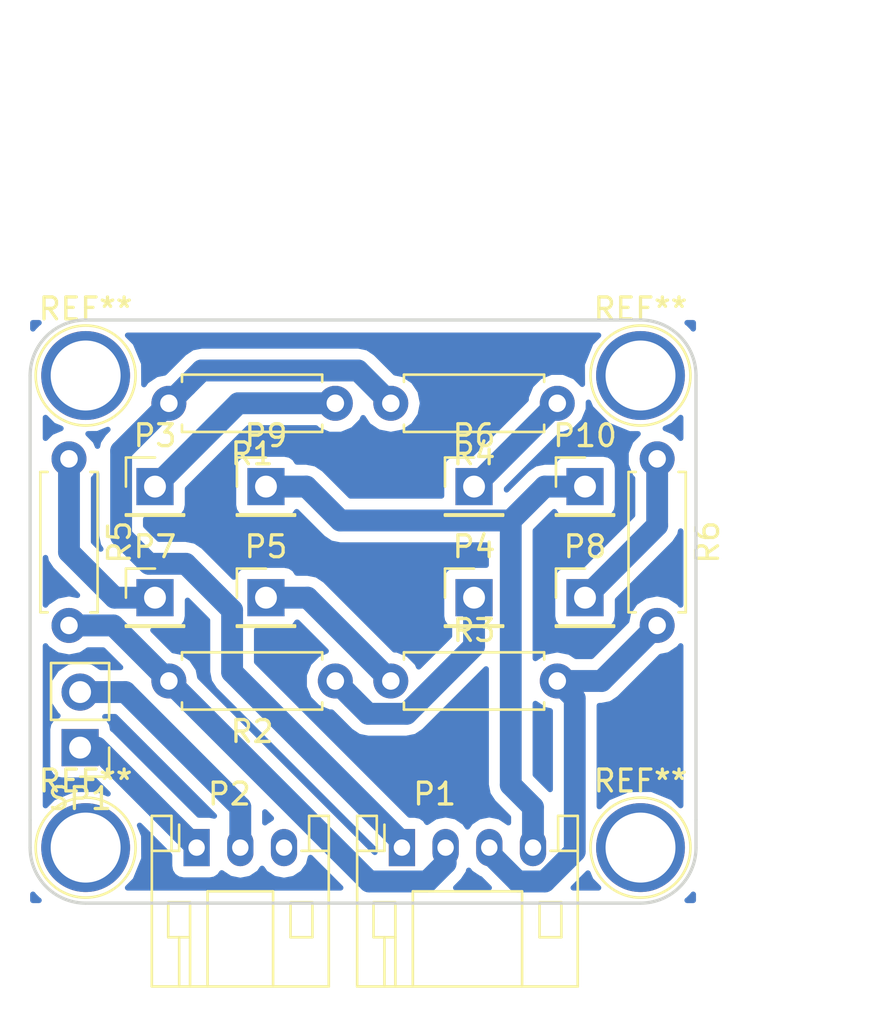
<source format=kicad_pcb>
(kicad_pcb (version 4) (host pcbnew 4.0.1-stable)

  (general
    (links 16)
    (no_connects 0)
    (area 172.644999 91.364999 203.275001 118.185001)
    (thickness 1.6)
    (drawings 15)
    (tracks 58)
    (zones 0)
    (modules 21)
    (nets 13)
  )

  (page A4)
  (layers
    (0 F.Cu signal)
    (31 B.Cu signal)
    (32 B.Adhes user)
    (33 F.Adhes user)
    (34 B.Paste user)
    (35 F.Paste user)
    (36 B.SilkS user)
    (37 F.SilkS user)
    (38 B.Mask user)
    (39 F.Mask user)
    (40 Dwgs.User user)
    (41 Cmts.User user)
    (42 Eco1.User user)
    (43 Eco2.User user)
    (44 Edge.Cuts user)
    (45 Margin user)
    (46 B.CrtYd user)
    (47 F.CrtYd user)
    (48 B.Fab user)
    (49 F.Fab user)
  )

  (setup
    (last_trace_width 1)
    (user_trace_width 1)
    (trace_clearance 0.2)
    (zone_clearance 0.5)
    (zone_45_only no)
    (trace_min 0.2)
    (segment_width 0.2)
    (edge_width 0.15)
    (via_size 0.6)
    (via_drill 0.4)
    (via_min_size 0.4)
    (via_min_drill 0.3)
    (uvia_size 0.3)
    (uvia_drill 0.1)
    (uvias_allowed no)
    (uvia_min_size 0.2)
    (uvia_min_drill 0.1)
    (pcb_text_width 0.3)
    (pcb_text_size 1.5 1.5)
    (mod_edge_width 0.15)
    (mod_text_size 1 1)
    (mod_text_width 0.15)
    (pad_size 4.064 4.064)
    (pad_drill 3.2)
    (pad_to_mask_clearance 0.2)
    (aux_axis_origin 0 0)
    (visible_elements 7FFFFFFF)
    (pcbplotparams
      (layerselection 0x01000_80000000)
      (usegerberextensions false)
      (excludeedgelayer true)
      (linewidth 0.100000)
      (plotframeref false)
      (viasonmask false)
      (mode 1)
      (useauxorigin false)
      (hpglpennumber 1)
      (hpglpenspeed 20)
      (hpglpendiameter 15)
      (hpglpenoverlay 2)
      (psnegative false)
      (psa4output false)
      (plotreference true)
      (plotvalue true)
      (plotinvisibletext false)
      (padsonsilk false)
      (subtractmaskfromsilk false)
      (outputformat 1)
      (mirror false)
      (drillshape 0)
      (scaleselection 1)
      (outputdirectory H100gerber_head/))
  )

  (net 0 "")
  (net 1 /LED_R)
  (net 2 /LED_G)
  (net 3 /LED_B)
  (net 4 "Net-(P3-Pad1)")
  (net 5 "Net-(P4-Pad1)")
  (net 6 "Net-(P5-Pad1)")
  (net 7 "Net-(P6-Pad1)")
  (net 8 "Net-(P7-Pad1)")
  (net 9 "Net-(P8-Pad1)")
  (net 10 +5V)
  (net 11 /SPK+)
  (net 12 /SPK-)

  (net_class Default "これは標準のネット クラスです。"
    (clearance 0.2)
    (trace_width 0.25)
    (via_dia 0.6)
    (via_drill 0.4)
    (uvia_dia 0.3)
    (uvia_drill 0.1)
    (add_net +5V)
    (add_net /LED_B)
    (add_net /LED_G)
    (add_net /LED_R)
    (add_net /SPK+)
    (add_net /SPK-)
    (add_net "Net-(P3-Pad1)")
    (add_net "Net-(P4-Pad1)")
    (add_net "Net-(P5-Pad1)")
    (add_net "Net-(P6-Pad1)")
    (add_net "Net-(P7-Pad1)")
    (add_net "Net-(P8-Pad1)")
  )

  (module Connectors:1pin (layer F.Cu) (tedit 5C6BE029) (tstamp 5C6BE2A6)
    (at 175.26 115.57)
    (descr "module 1 pin (ou trou mecanique de percage)")
    (tags DEV)
    (fp_text reference REF** (at 0 -3.048) (layer F.SilkS)
      (effects (font (size 1 1) (thickness 0.15)))
    )
    (fp_text value 1pin (at 0 3) (layer F.Fab)
      (effects (font (size 1 1) (thickness 0.15)))
    )
    (fp_circle (center 0 0) (end 2 0.8) (layer F.Fab) (width 0.1))
    (fp_circle (center 0 0) (end 2.6 0) (layer F.CrtYd) (width 0.05))
    (fp_circle (center 0 0) (end 0 -2.286) (layer F.SilkS) (width 0.12))
    (pad 1 thru_hole circle (at 0 0) (size 4.064 4.064) (drill 3.2) (layers *.Cu *.Mask))
  )

  (module Connectors:1pin (layer F.Cu) (tedit 5C6BE029) (tstamp 5C6BE29E)
    (at 200.66 115.57)
    (descr "module 1 pin (ou trou mecanique de percage)")
    (tags DEV)
    (fp_text reference REF** (at 0 -3.048) (layer F.SilkS)
      (effects (font (size 1 1) (thickness 0.15)))
    )
    (fp_text value 1pin (at 0 3) (layer F.Fab)
      (effects (font (size 1 1) (thickness 0.15)))
    )
    (fp_circle (center 0 0) (end 2 0.8) (layer F.Fab) (width 0.1))
    (fp_circle (center 0 0) (end 2.6 0) (layer F.CrtYd) (width 0.05))
    (fp_circle (center 0 0) (end 0 -2.286) (layer F.SilkS) (width 0.12))
    (pad 1 thru_hole circle (at 0 0) (size 4.064 4.064) (drill 3.2) (layers *.Cu *.Mask))
  )

  (module Connectors:1pin (layer F.Cu) (tedit 5C6BE029) (tstamp 5C6BE296)
    (at 200.66 93.98)
    (descr "module 1 pin (ou trou mecanique de percage)")
    (tags DEV)
    (fp_text reference REF** (at 0 -3.048) (layer F.SilkS)
      (effects (font (size 1 1) (thickness 0.15)))
    )
    (fp_text value 1pin (at 0 3) (layer F.Fab)
      (effects (font (size 1 1) (thickness 0.15)))
    )
    (fp_circle (center 0 0) (end 2 0.8) (layer F.Fab) (width 0.1))
    (fp_circle (center 0 0) (end 2.6 0) (layer F.CrtYd) (width 0.05))
    (fp_circle (center 0 0) (end 0 -2.286) (layer F.SilkS) (width 0.12))
    (pad 1 thru_hole circle (at 0 0) (size 4.064 4.064) (drill 3.2) (layers *.Cu *.Mask))
  )

  (module Socket_Strips:Socket_Strip_Straight_1x01_Pitch2.54mm (layer F.Cu) (tedit 58CD5446) (tstamp 5C591D51)
    (at 178.435 99.06)
    (descr "Through hole straight socket strip, 1x01, 2.54mm pitch, single row")
    (tags "Through hole socket strip THT 1x01 2.54mm single row")
    (path /5C58F59B)
    (fp_text reference P3 (at 0 -2.33) (layer F.SilkS)
      (effects (font (size 1 1) (thickness 0.15)))
    )
    (fp_text value LED_R (at 0 2.33) (layer F.Fab)
      (effects (font (size 1 1) (thickness 0.15)))
    )
    (fp_line (start -1.27 -1.27) (end -1.27 1.27) (layer F.Fab) (width 0.1))
    (fp_line (start -1.27 1.27) (end 1.27 1.27) (layer F.Fab) (width 0.1))
    (fp_line (start 1.27 1.27) (end 1.27 -1.27) (layer F.Fab) (width 0.1))
    (fp_line (start 1.27 -1.27) (end -1.27 -1.27) (layer F.Fab) (width 0.1))
    (fp_line (start -1.33 1.27) (end -1.33 1.33) (layer F.SilkS) (width 0.12))
    (fp_line (start -1.33 1.33) (end 1.33 1.33) (layer F.SilkS) (width 0.12))
    (fp_line (start 1.33 1.33) (end 1.33 1.27) (layer F.SilkS) (width 0.12))
    (fp_line (start 1.33 1.27) (end -1.33 1.27) (layer F.SilkS) (width 0.12))
    (fp_line (start -1.33 0) (end -1.33 -1.33) (layer F.SilkS) (width 0.12))
    (fp_line (start -1.33 -1.33) (end 0 -1.33) (layer F.SilkS) (width 0.12))
    (fp_line (start -1.8 -1.8) (end -1.8 1.8) (layer F.CrtYd) (width 0.05))
    (fp_line (start -1.8 1.8) (end 1.8 1.8) (layer F.CrtYd) (width 0.05))
    (fp_line (start 1.8 1.8) (end 1.8 -1.8) (layer F.CrtYd) (width 0.05))
    (fp_line (start 1.8 -1.8) (end -1.8 -1.8) (layer F.CrtYd) (width 0.05))
    (fp_text user %R (at 0 -2.33) (layer F.Fab)
      (effects (font (size 1 1) (thickness 0.15)))
    )
    (pad 1 thru_hole rect (at 0 0) (size 1.7 1.7) (drill 1) (layers *.Cu *.Mask)
      (net 4 "Net-(P3-Pad1)"))
    (model ${KISYS3DMOD}/Socket_Strips.3dshapes/Socket_Strip_Straight_1x01_Pitch2.54mm.wrl
      (at (xyz 0 0 0))
      (scale (xyz 1 1 1))
      (rotate (xyz 0 0 270))
    )
  )

  (module Socket_Strips:Socket_Strip_Straight_1x01_Pitch2.54mm (layer F.Cu) (tedit 58CD5446) (tstamp 5C591D65)
    (at 193.04 104.14)
    (descr "Through hole straight socket strip, 1x01, 2.54mm pitch, single row")
    (tags "Through hole socket strip THT 1x01 2.54mm single row")
    (path /5C58F5CC)
    (fp_text reference P4 (at 0 -2.33) (layer F.SilkS)
      (effects (font (size 1 1) (thickness 0.15)))
    )
    (fp_text value LED_G (at 0 2.33) (layer F.Fab)
      (effects (font (size 1 1) (thickness 0.15)))
    )
    (fp_line (start -1.27 -1.27) (end -1.27 1.27) (layer F.Fab) (width 0.1))
    (fp_line (start -1.27 1.27) (end 1.27 1.27) (layer F.Fab) (width 0.1))
    (fp_line (start 1.27 1.27) (end 1.27 -1.27) (layer F.Fab) (width 0.1))
    (fp_line (start 1.27 -1.27) (end -1.27 -1.27) (layer F.Fab) (width 0.1))
    (fp_line (start -1.33 1.27) (end -1.33 1.33) (layer F.SilkS) (width 0.12))
    (fp_line (start -1.33 1.33) (end 1.33 1.33) (layer F.SilkS) (width 0.12))
    (fp_line (start 1.33 1.33) (end 1.33 1.27) (layer F.SilkS) (width 0.12))
    (fp_line (start 1.33 1.27) (end -1.33 1.27) (layer F.SilkS) (width 0.12))
    (fp_line (start -1.33 0) (end -1.33 -1.33) (layer F.SilkS) (width 0.12))
    (fp_line (start -1.33 -1.33) (end 0 -1.33) (layer F.SilkS) (width 0.12))
    (fp_line (start -1.8 -1.8) (end -1.8 1.8) (layer F.CrtYd) (width 0.05))
    (fp_line (start -1.8 1.8) (end 1.8 1.8) (layer F.CrtYd) (width 0.05))
    (fp_line (start 1.8 1.8) (end 1.8 -1.8) (layer F.CrtYd) (width 0.05))
    (fp_line (start 1.8 -1.8) (end -1.8 -1.8) (layer F.CrtYd) (width 0.05))
    (fp_text user %R (at 0 -2.33) (layer F.Fab)
      (effects (font (size 1 1) (thickness 0.15)))
    )
    (pad 1 thru_hole rect (at 0 0) (size 1.7 1.7) (drill 1) (layers *.Cu *.Mask)
      (net 5 "Net-(P4-Pad1)"))
    (model ${KISYS3DMOD}/Socket_Strips.3dshapes/Socket_Strip_Straight_1x01_Pitch2.54mm.wrl
      (at (xyz 0 0 0))
      (scale (xyz 1 1 1))
      (rotate (xyz 0 0 270))
    )
  )

  (module Socket_Strips:Socket_Strip_Straight_1x01_Pitch2.54mm (layer F.Cu) (tedit 58CD5446) (tstamp 5C591D79)
    (at 183.515 104.14)
    (descr "Through hole straight socket strip, 1x01, 2.54mm pitch, single row")
    (tags "Through hole socket strip THT 1x01 2.54mm single row")
    (path /5C58F5EF)
    (fp_text reference P5 (at 0 -2.33) (layer F.SilkS)
      (effects (font (size 1 1) (thickness 0.15)))
    )
    (fp_text value LED_B (at 0 2.33) (layer F.Fab)
      (effects (font (size 1 1) (thickness 0.15)))
    )
    (fp_line (start -1.27 -1.27) (end -1.27 1.27) (layer F.Fab) (width 0.1))
    (fp_line (start -1.27 1.27) (end 1.27 1.27) (layer F.Fab) (width 0.1))
    (fp_line (start 1.27 1.27) (end 1.27 -1.27) (layer F.Fab) (width 0.1))
    (fp_line (start 1.27 -1.27) (end -1.27 -1.27) (layer F.Fab) (width 0.1))
    (fp_line (start -1.33 1.27) (end -1.33 1.33) (layer F.SilkS) (width 0.12))
    (fp_line (start -1.33 1.33) (end 1.33 1.33) (layer F.SilkS) (width 0.12))
    (fp_line (start 1.33 1.33) (end 1.33 1.27) (layer F.SilkS) (width 0.12))
    (fp_line (start 1.33 1.27) (end -1.33 1.27) (layer F.SilkS) (width 0.12))
    (fp_line (start -1.33 0) (end -1.33 -1.33) (layer F.SilkS) (width 0.12))
    (fp_line (start -1.33 -1.33) (end 0 -1.33) (layer F.SilkS) (width 0.12))
    (fp_line (start -1.8 -1.8) (end -1.8 1.8) (layer F.CrtYd) (width 0.05))
    (fp_line (start -1.8 1.8) (end 1.8 1.8) (layer F.CrtYd) (width 0.05))
    (fp_line (start 1.8 1.8) (end 1.8 -1.8) (layer F.CrtYd) (width 0.05))
    (fp_line (start 1.8 -1.8) (end -1.8 -1.8) (layer F.CrtYd) (width 0.05))
    (fp_text user %R (at 0 -2.33) (layer F.Fab)
      (effects (font (size 1 1) (thickness 0.15)))
    )
    (pad 1 thru_hole rect (at 0 0) (size 1.7 1.7) (drill 1) (layers *.Cu *.Mask)
      (net 6 "Net-(P5-Pad1)"))
    (model ${KISYS3DMOD}/Socket_Strips.3dshapes/Socket_Strip_Straight_1x01_Pitch2.54mm.wrl
      (at (xyz 0 0 0))
      (scale (xyz 1 1 1))
      (rotate (xyz 0 0 270))
    )
  )

  (module Socket_Strips:Socket_Strip_Straight_1x01_Pitch2.54mm (layer F.Cu) (tedit 58CD5446) (tstamp 5C591D8D)
    (at 193.04 99.06)
    (descr "Through hole straight socket strip, 1x01, 2.54mm pitch, single row")
    (tags "Through hole socket strip THT 1x01 2.54mm single row")
    (path /5C591A15)
    (fp_text reference P6 (at 0 -2.33) (layer F.SilkS)
      (effects (font (size 1 1) (thickness 0.15)))
    )
    (fp_text value LED_R (at 0 2.33) (layer F.Fab)
      (effects (font (size 1 1) (thickness 0.15)))
    )
    (fp_line (start -1.27 -1.27) (end -1.27 1.27) (layer F.Fab) (width 0.1))
    (fp_line (start -1.27 1.27) (end 1.27 1.27) (layer F.Fab) (width 0.1))
    (fp_line (start 1.27 1.27) (end 1.27 -1.27) (layer F.Fab) (width 0.1))
    (fp_line (start 1.27 -1.27) (end -1.27 -1.27) (layer F.Fab) (width 0.1))
    (fp_line (start -1.33 1.27) (end -1.33 1.33) (layer F.SilkS) (width 0.12))
    (fp_line (start -1.33 1.33) (end 1.33 1.33) (layer F.SilkS) (width 0.12))
    (fp_line (start 1.33 1.33) (end 1.33 1.27) (layer F.SilkS) (width 0.12))
    (fp_line (start 1.33 1.27) (end -1.33 1.27) (layer F.SilkS) (width 0.12))
    (fp_line (start -1.33 0) (end -1.33 -1.33) (layer F.SilkS) (width 0.12))
    (fp_line (start -1.33 -1.33) (end 0 -1.33) (layer F.SilkS) (width 0.12))
    (fp_line (start -1.8 -1.8) (end -1.8 1.8) (layer F.CrtYd) (width 0.05))
    (fp_line (start -1.8 1.8) (end 1.8 1.8) (layer F.CrtYd) (width 0.05))
    (fp_line (start 1.8 1.8) (end 1.8 -1.8) (layer F.CrtYd) (width 0.05))
    (fp_line (start 1.8 -1.8) (end -1.8 -1.8) (layer F.CrtYd) (width 0.05))
    (fp_text user %R (at 0 -2.33) (layer F.Fab)
      (effects (font (size 1 1) (thickness 0.15)))
    )
    (pad 1 thru_hole rect (at 0 0) (size 1.7 1.7) (drill 1) (layers *.Cu *.Mask)
      (net 7 "Net-(P6-Pad1)"))
    (model ${KISYS3DMOD}/Socket_Strips.3dshapes/Socket_Strip_Straight_1x01_Pitch2.54mm.wrl
      (at (xyz 0 0 0))
      (scale (xyz 1 1 1))
      (rotate (xyz 0 0 270))
    )
  )

  (module Socket_Strips:Socket_Strip_Straight_1x01_Pitch2.54mm (layer F.Cu) (tedit 58CD5446) (tstamp 5C591DA1)
    (at 178.435 104.14)
    (descr "Through hole straight socket strip, 1x01, 2.54mm pitch, single row")
    (tags "Through hole socket strip THT 1x01 2.54mm single row")
    (path /5C591A1B)
    (fp_text reference P7 (at 0 -2.33) (layer F.SilkS)
      (effects (font (size 1 1) (thickness 0.15)))
    )
    (fp_text value LED_G (at 0 2.33) (layer F.Fab)
      (effects (font (size 1 1) (thickness 0.15)))
    )
    (fp_line (start -1.27 -1.27) (end -1.27 1.27) (layer F.Fab) (width 0.1))
    (fp_line (start -1.27 1.27) (end 1.27 1.27) (layer F.Fab) (width 0.1))
    (fp_line (start 1.27 1.27) (end 1.27 -1.27) (layer F.Fab) (width 0.1))
    (fp_line (start 1.27 -1.27) (end -1.27 -1.27) (layer F.Fab) (width 0.1))
    (fp_line (start -1.33 1.27) (end -1.33 1.33) (layer F.SilkS) (width 0.12))
    (fp_line (start -1.33 1.33) (end 1.33 1.33) (layer F.SilkS) (width 0.12))
    (fp_line (start 1.33 1.33) (end 1.33 1.27) (layer F.SilkS) (width 0.12))
    (fp_line (start 1.33 1.27) (end -1.33 1.27) (layer F.SilkS) (width 0.12))
    (fp_line (start -1.33 0) (end -1.33 -1.33) (layer F.SilkS) (width 0.12))
    (fp_line (start -1.33 -1.33) (end 0 -1.33) (layer F.SilkS) (width 0.12))
    (fp_line (start -1.8 -1.8) (end -1.8 1.8) (layer F.CrtYd) (width 0.05))
    (fp_line (start -1.8 1.8) (end 1.8 1.8) (layer F.CrtYd) (width 0.05))
    (fp_line (start 1.8 1.8) (end 1.8 -1.8) (layer F.CrtYd) (width 0.05))
    (fp_line (start 1.8 -1.8) (end -1.8 -1.8) (layer F.CrtYd) (width 0.05))
    (fp_text user %R (at 0 -2.33) (layer F.Fab)
      (effects (font (size 1 1) (thickness 0.15)))
    )
    (pad 1 thru_hole rect (at 0 0) (size 1.7 1.7) (drill 1) (layers *.Cu *.Mask)
      (net 8 "Net-(P7-Pad1)"))
    (model ${KISYS3DMOD}/Socket_Strips.3dshapes/Socket_Strip_Straight_1x01_Pitch2.54mm.wrl
      (at (xyz 0 0 0))
      (scale (xyz 1 1 1))
      (rotate (xyz 0 0 270))
    )
  )

  (module Socket_Strips:Socket_Strip_Straight_1x01_Pitch2.54mm (layer F.Cu) (tedit 58CD5446) (tstamp 5C591DB5)
    (at 198.12 104.14)
    (descr "Through hole straight socket strip, 1x01, 2.54mm pitch, single row")
    (tags "Through hole socket strip THT 1x01 2.54mm single row")
    (path /5C591A21)
    (fp_text reference P8 (at 0 -2.33) (layer F.SilkS)
      (effects (font (size 1 1) (thickness 0.15)))
    )
    (fp_text value LED_B (at 0 2.33) (layer F.Fab)
      (effects (font (size 1 1) (thickness 0.15)))
    )
    (fp_line (start -1.27 -1.27) (end -1.27 1.27) (layer F.Fab) (width 0.1))
    (fp_line (start -1.27 1.27) (end 1.27 1.27) (layer F.Fab) (width 0.1))
    (fp_line (start 1.27 1.27) (end 1.27 -1.27) (layer F.Fab) (width 0.1))
    (fp_line (start 1.27 -1.27) (end -1.27 -1.27) (layer F.Fab) (width 0.1))
    (fp_line (start -1.33 1.27) (end -1.33 1.33) (layer F.SilkS) (width 0.12))
    (fp_line (start -1.33 1.33) (end 1.33 1.33) (layer F.SilkS) (width 0.12))
    (fp_line (start 1.33 1.33) (end 1.33 1.27) (layer F.SilkS) (width 0.12))
    (fp_line (start 1.33 1.27) (end -1.33 1.27) (layer F.SilkS) (width 0.12))
    (fp_line (start -1.33 0) (end -1.33 -1.33) (layer F.SilkS) (width 0.12))
    (fp_line (start -1.33 -1.33) (end 0 -1.33) (layer F.SilkS) (width 0.12))
    (fp_line (start -1.8 -1.8) (end -1.8 1.8) (layer F.CrtYd) (width 0.05))
    (fp_line (start -1.8 1.8) (end 1.8 1.8) (layer F.CrtYd) (width 0.05))
    (fp_line (start 1.8 1.8) (end 1.8 -1.8) (layer F.CrtYd) (width 0.05))
    (fp_line (start 1.8 -1.8) (end -1.8 -1.8) (layer F.CrtYd) (width 0.05))
    (fp_text user %R (at 0 -2.33) (layer F.Fab)
      (effects (font (size 1 1) (thickness 0.15)))
    )
    (pad 1 thru_hole rect (at 0 0) (size 1.7 1.7) (drill 1) (layers *.Cu *.Mask)
      (net 9 "Net-(P8-Pad1)"))
    (model ${KISYS3DMOD}/Socket_Strips.3dshapes/Socket_Strip_Straight_1x01_Pitch2.54mm.wrl
      (at (xyz 0 0 0))
      (scale (xyz 1 1 1))
      (rotate (xyz 0 0 270))
    )
  )

  (module Socket_Strips:Socket_Strip_Straight_1x01_Pitch2.54mm (layer F.Cu) (tedit 58CD5446) (tstamp 5C591DC9)
    (at 183.515 99.06)
    (descr "Through hole straight socket strip, 1x01, 2.54mm pitch, single row")
    (tags "Through hole socket strip THT 1x01 2.54mm single row")
    (path /5C58F691)
    (fp_text reference P9 (at 0 -2.33) (layer F.SilkS)
      (effects (font (size 1 1) (thickness 0.15)))
    )
    (fp_text value LED_Anode (at 0 2.33) (layer F.Fab)
      (effects (font (size 1 1) (thickness 0.15)))
    )
    (fp_line (start -1.27 -1.27) (end -1.27 1.27) (layer F.Fab) (width 0.1))
    (fp_line (start -1.27 1.27) (end 1.27 1.27) (layer F.Fab) (width 0.1))
    (fp_line (start 1.27 1.27) (end 1.27 -1.27) (layer F.Fab) (width 0.1))
    (fp_line (start 1.27 -1.27) (end -1.27 -1.27) (layer F.Fab) (width 0.1))
    (fp_line (start -1.33 1.27) (end -1.33 1.33) (layer F.SilkS) (width 0.12))
    (fp_line (start -1.33 1.33) (end 1.33 1.33) (layer F.SilkS) (width 0.12))
    (fp_line (start 1.33 1.33) (end 1.33 1.27) (layer F.SilkS) (width 0.12))
    (fp_line (start 1.33 1.27) (end -1.33 1.27) (layer F.SilkS) (width 0.12))
    (fp_line (start -1.33 0) (end -1.33 -1.33) (layer F.SilkS) (width 0.12))
    (fp_line (start -1.33 -1.33) (end 0 -1.33) (layer F.SilkS) (width 0.12))
    (fp_line (start -1.8 -1.8) (end -1.8 1.8) (layer F.CrtYd) (width 0.05))
    (fp_line (start -1.8 1.8) (end 1.8 1.8) (layer F.CrtYd) (width 0.05))
    (fp_line (start 1.8 1.8) (end 1.8 -1.8) (layer F.CrtYd) (width 0.05))
    (fp_line (start 1.8 -1.8) (end -1.8 -1.8) (layer F.CrtYd) (width 0.05))
    (fp_text user %R (at 0 -2.33) (layer F.Fab)
      (effects (font (size 1 1) (thickness 0.15)))
    )
    (pad 1 thru_hole rect (at 0 0) (size 1.7 1.7) (drill 1) (layers *.Cu *.Mask)
      (net 10 +5V))
    (model ${KISYS3DMOD}/Socket_Strips.3dshapes/Socket_Strip_Straight_1x01_Pitch2.54mm.wrl
      (at (xyz 0 0 0))
      (scale (xyz 1 1 1))
      (rotate (xyz 0 0 270))
    )
  )

  (module Socket_Strips:Socket_Strip_Straight_1x01_Pitch2.54mm (layer F.Cu) (tedit 58CD5446) (tstamp 5C591DDD)
    (at 198.12 99.06)
    (descr "Through hole straight socket strip, 1x01, 2.54mm pitch, single row")
    (tags "Through hole socket strip THT 1x01 2.54mm single row")
    (path /5C591C58)
    (fp_text reference P10 (at 0 -2.33) (layer F.SilkS)
      (effects (font (size 1 1) (thickness 0.15)))
    )
    (fp_text value LED_Anode (at 0 2.33) (layer F.Fab)
      (effects (font (size 1 1) (thickness 0.15)))
    )
    (fp_line (start -1.27 -1.27) (end -1.27 1.27) (layer F.Fab) (width 0.1))
    (fp_line (start -1.27 1.27) (end 1.27 1.27) (layer F.Fab) (width 0.1))
    (fp_line (start 1.27 1.27) (end 1.27 -1.27) (layer F.Fab) (width 0.1))
    (fp_line (start 1.27 -1.27) (end -1.27 -1.27) (layer F.Fab) (width 0.1))
    (fp_line (start -1.33 1.27) (end -1.33 1.33) (layer F.SilkS) (width 0.12))
    (fp_line (start -1.33 1.33) (end 1.33 1.33) (layer F.SilkS) (width 0.12))
    (fp_line (start 1.33 1.33) (end 1.33 1.27) (layer F.SilkS) (width 0.12))
    (fp_line (start 1.33 1.27) (end -1.33 1.27) (layer F.SilkS) (width 0.12))
    (fp_line (start -1.33 0) (end -1.33 -1.33) (layer F.SilkS) (width 0.12))
    (fp_line (start -1.33 -1.33) (end 0 -1.33) (layer F.SilkS) (width 0.12))
    (fp_line (start -1.8 -1.8) (end -1.8 1.8) (layer F.CrtYd) (width 0.05))
    (fp_line (start -1.8 1.8) (end 1.8 1.8) (layer F.CrtYd) (width 0.05))
    (fp_line (start 1.8 1.8) (end 1.8 -1.8) (layer F.CrtYd) (width 0.05))
    (fp_line (start 1.8 -1.8) (end -1.8 -1.8) (layer F.CrtYd) (width 0.05))
    (fp_text user %R (at 0 -2.33) (layer F.Fab)
      (effects (font (size 1 1) (thickness 0.15)))
    )
    (pad 1 thru_hole rect (at 0 0) (size 1.7 1.7) (drill 1) (layers *.Cu *.Mask)
      (net 10 +5V))
    (model ${KISYS3DMOD}/Socket_Strips.3dshapes/Socket_Strip_Straight_1x01_Pitch2.54mm.wrl
      (at (xyz 0 0 0))
      (scale (xyz 1 1 1))
      (rotate (xyz 0 0 270))
    )
  )

  (module Resistors_THT:R_Axial_DIN0207_L6.3mm_D2.5mm_P7.62mm_Horizontal (layer F.Cu) (tedit 5874F706) (tstamp 5C591DF3)
    (at 186.69 95.25 180)
    (descr "Resistor, Axial_DIN0207 series, Axial, Horizontal, pin pitch=7.62mm, 0.25W = 1/4W, length*diameter=6.3*2.5mm^2, http://cdn-reichelt.de/documents/datenblatt/B400/1_4W%23YAG.pdf")
    (tags "Resistor Axial_DIN0207 series Axial Horizontal pin pitch 7.62mm 0.25W = 1/4W length 6.3mm diameter 2.5mm")
    (path /5C48315D)
    (fp_text reference R1 (at 3.81 -2.31 180) (layer F.SilkS)
      (effects (font (size 1 1) (thickness 0.15)))
    )
    (fp_text value 2k (at 3.81 2.31 180) (layer F.Fab)
      (effects (font (size 1 1) (thickness 0.15)))
    )
    (fp_line (start 0.66 -1.25) (end 0.66 1.25) (layer F.Fab) (width 0.1))
    (fp_line (start 0.66 1.25) (end 6.96 1.25) (layer F.Fab) (width 0.1))
    (fp_line (start 6.96 1.25) (end 6.96 -1.25) (layer F.Fab) (width 0.1))
    (fp_line (start 6.96 -1.25) (end 0.66 -1.25) (layer F.Fab) (width 0.1))
    (fp_line (start 0 0) (end 0.66 0) (layer F.Fab) (width 0.1))
    (fp_line (start 7.62 0) (end 6.96 0) (layer F.Fab) (width 0.1))
    (fp_line (start 0.6 -0.98) (end 0.6 -1.31) (layer F.SilkS) (width 0.12))
    (fp_line (start 0.6 -1.31) (end 7.02 -1.31) (layer F.SilkS) (width 0.12))
    (fp_line (start 7.02 -1.31) (end 7.02 -0.98) (layer F.SilkS) (width 0.12))
    (fp_line (start 0.6 0.98) (end 0.6 1.31) (layer F.SilkS) (width 0.12))
    (fp_line (start 0.6 1.31) (end 7.02 1.31) (layer F.SilkS) (width 0.12))
    (fp_line (start 7.02 1.31) (end 7.02 0.98) (layer F.SilkS) (width 0.12))
    (fp_line (start -1.05 -1.6) (end -1.05 1.6) (layer F.CrtYd) (width 0.05))
    (fp_line (start -1.05 1.6) (end 8.7 1.6) (layer F.CrtYd) (width 0.05))
    (fp_line (start 8.7 1.6) (end 8.7 -1.6) (layer F.CrtYd) (width 0.05))
    (fp_line (start 8.7 -1.6) (end -1.05 -1.6) (layer F.CrtYd) (width 0.05))
    (pad 1 thru_hole circle (at 0 0 180) (size 1.6 1.6) (drill 0.8) (layers *.Cu *.Mask)
      (net 4 "Net-(P3-Pad1)"))
    (pad 2 thru_hole oval (at 7.62 0 180) (size 1.6 1.6) (drill 0.8) (layers *.Cu *.Mask)
      (net 1 /LED_R))
    (model ${KISYS3DMOD}/Resistors_THT.3dshapes/R_Axial_DIN0207_L6.3mm_D2.5mm_P7.62mm_Horizontal.wrl
      (at (xyz 0 0 0))
      (scale (xyz 0.393701 0.393701 0.393701))
      (rotate (xyz 0 0 0))
    )
  )

  (module Resistors_THT:R_Axial_DIN0207_L6.3mm_D2.5mm_P7.62mm_Horizontal (layer F.Cu) (tedit 5874F706) (tstamp 5C591E09)
    (at 186.69 107.95 180)
    (descr "Resistor, Axial_DIN0207 series, Axial, Horizontal, pin pitch=7.62mm, 0.25W = 1/4W, length*diameter=6.3*2.5mm^2, http://cdn-reichelt.de/documents/datenblatt/B400/1_4W%23YAG.pdf")
    (tags "Resistor Axial_DIN0207 series Axial Horizontal pin pitch 7.62mm 0.25W = 1/4W length 6.3mm diameter 2.5mm")
    (path /5C483184)
    (fp_text reference R2 (at 3.81 -2.31 180) (layer F.SilkS)
      (effects (font (size 1 1) (thickness 0.15)))
    )
    (fp_text value 3k (at 3.81 2.31 180) (layer F.Fab)
      (effects (font (size 1 1) (thickness 0.15)))
    )
    (fp_line (start 0.66 -1.25) (end 0.66 1.25) (layer F.Fab) (width 0.1))
    (fp_line (start 0.66 1.25) (end 6.96 1.25) (layer F.Fab) (width 0.1))
    (fp_line (start 6.96 1.25) (end 6.96 -1.25) (layer F.Fab) (width 0.1))
    (fp_line (start 6.96 -1.25) (end 0.66 -1.25) (layer F.Fab) (width 0.1))
    (fp_line (start 0 0) (end 0.66 0) (layer F.Fab) (width 0.1))
    (fp_line (start 7.62 0) (end 6.96 0) (layer F.Fab) (width 0.1))
    (fp_line (start 0.6 -0.98) (end 0.6 -1.31) (layer F.SilkS) (width 0.12))
    (fp_line (start 0.6 -1.31) (end 7.02 -1.31) (layer F.SilkS) (width 0.12))
    (fp_line (start 7.02 -1.31) (end 7.02 -0.98) (layer F.SilkS) (width 0.12))
    (fp_line (start 0.6 0.98) (end 0.6 1.31) (layer F.SilkS) (width 0.12))
    (fp_line (start 0.6 1.31) (end 7.02 1.31) (layer F.SilkS) (width 0.12))
    (fp_line (start 7.02 1.31) (end 7.02 0.98) (layer F.SilkS) (width 0.12))
    (fp_line (start -1.05 -1.6) (end -1.05 1.6) (layer F.CrtYd) (width 0.05))
    (fp_line (start -1.05 1.6) (end 8.7 1.6) (layer F.CrtYd) (width 0.05))
    (fp_line (start 8.7 1.6) (end 8.7 -1.6) (layer F.CrtYd) (width 0.05))
    (fp_line (start 8.7 -1.6) (end -1.05 -1.6) (layer F.CrtYd) (width 0.05))
    (pad 1 thru_hole circle (at 0 0 180) (size 1.6 1.6) (drill 0.8) (layers *.Cu *.Mask)
      (net 5 "Net-(P4-Pad1)"))
    (pad 2 thru_hole oval (at 7.62 0 180) (size 1.6 1.6) (drill 0.8) (layers *.Cu *.Mask)
      (net 2 /LED_G))
    (model ${KISYS3DMOD}/Resistors_THT.3dshapes/R_Axial_DIN0207_L6.3mm_D2.5mm_P7.62mm_Horizontal.wrl
      (at (xyz 0 0 0))
      (scale (xyz 0.393701 0.393701 0.393701))
      (rotate (xyz 0 0 0))
    )
  )

  (module Resistors_THT:R_Axial_DIN0207_L6.3mm_D2.5mm_P7.62mm_Horizontal (layer F.Cu) (tedit 5874F706) (tstamp 5C591E1F)
    (at 189.23 107.95)
    (descr "Resistor, Axial_DIN0207 series, Axial, Horizontal, pin pitch=7.62mm, 0.25W = 1/4W, length*diameter=6.3*2.5mm^2, http://cdn-reichelt.de/documents/datenblatt/B400/1_4W%23YAG.pdf")
    (tags "Resistor Axial_DIN0207 series Axial Horizontal pin pitch 7.62mm 0.25W = 1/4W length 6.3mm diameter 2.5mm")
    (path /5C4831A5)
    (fp_text reference R3 (at 3.81 -2.31) (layer F.SilkS)
      (effects (font (size 1 1) (thickness 0.15)))
    )
    (fp_text value 2k (at 3.81 2.31) (layer F.Fab)
      (effects (font (size 1 1) (thickness 0.15)))
    )
    (fp_line (start 0.66 -1.25) (end 0.66 1.25) (layer F.Fab) (width 0.1))
    (fp_line (start 0.66 1.25) (end 6.96 1.25) (layer F.Fab) (width 0.1))
    (fp_line (start 6.96 1.25) (end 6.96 -1.25) (layer F.Fab) (width 0.1))
    (fp_line (start 6.96 -1.25) (end 0.66 -1.25) (layer F.Fab) (width 0.1))
    (fp_line (start 0 0) (end 0.66 0) (layer F.Fab) (width 0.1))
    (fp_line (start 7.62 0) (end 6.96 0) (layer F.Fab) (width 0.1))
    (fp_line (start 0.6 -0.98) (end 0.6 -1.31) (layer F.SilkS) (width 0.12))
    (fp_line (start 0.6 -1.31) (end 7.02 -1.31) (layer F.SilkS) (width 0.12))
    (fp_line (start 7.02 -1.31) (end 7.02 -0.98) (layer F.SilkS) (width 0.12))
    (fp_line (start 0.6 0.98) (end 0.6 1.31) (layer F.SilkS) (width 0.12))
    (fp_line (start 0.6 1.31) (end 7.02 1.31) (layer F.SilkS) (width 0.12))
    (fp_line (start 7.02 1.31) (end 7.02 0.98) (layer F.SilkS) (width 0.12))
    (fp_line (start -1.05 -1.6) (end -1.05 1.6) (layer F.CrtYd) (width 0.05))
    (fp_line (start -1.05 1.6) (end 8.7 1.6) (layer F.CrtYd) (width 0.05))
    (fp_line (start 8.7 1.6) (end 8.7 -1.6) (layer F.CrtYd) (width 0.05))
    (fp_line (start 8.7 -1.6) (end -1.05 -1.6) (layer F.CrtYd) (width 0.05))
    (pad 1 thru_hole circle (at 0 0) (size 1.6 1.6) (drill 0.8) (layers *.Cu *.Mask)
      (net 6 "Net-(P5-Pad1)"))
    (pad 2 thru_hole oval (at 7.62 0) (size 1.6 1.6) (drill 0.8) (layers *.Cu *.Mask)
      (net 3 /LED_B))
    (model ${KISYS3DMOD}/Resistors_THT.3dshapes/R_Axial_DIN0207_L6.3mm_D2.5mm_P7.62mm_Horizontal.wrl
      (at (xyz 0 0 0))
      (scale (xyz 0.393701 0.393701 0.393701))
      (rotate (xyz 0 0 0))
    )
  )

  (module Resistors_THT:R_Axial_DIN0207_L6.3mm_D2.5mm_P7.62mm_Horizontal (layer F.Cu) (tedit 5874F706) (tstamp 5C591E35)
    (at 196.85 95.25 180)
    (descr "Resistor, Axial_DIN0207 series, Axial, Horizontal, pin pitch=7.62mm, 0.25W = 1/4W, length*diameter=6.3*2.5mm^2, http://cdn-reichelt.de/documents/datenblatt/B400/1_4W%23YAG.pdf")
    (tags "Resistor Axial_DIN0207 series Axial Horizontal pin pitch 7.62mm 0.25W = 1/4W length 6.3mm diameter 2.5mm")
    (path /5C591A00)
    (fp_text reference R4 (at 3.81 -2.31 180) (layer F.SilkS)
      (effects (font (size 1 1) (thickness 0.15)))
    )
    (fp_text value 2k (at 3.81 2.31 180) (layer F.Fab)
      (effects (font (size 1 1) (thickness 0.15)))
    )
    (fp_line (start 0.66 -1.25) (end 0.66 1.25) (layer F.Fab) (width 0.1))
    (fp_line (start 0.66 1.25) (end 6.96 1.25) (layer F.Fab) (width 0.1))
    (fp_line (start 6.96 1.25) (end 6.96 -1.25) (layer F.Fab) (width 0.1))
    (fp_line (start 6.96 -1.25) (end 0.66 -1.25) (layer F.Fab) (width 0.1))
    (fp_line (start 0 0) (end 0.66 0) (layer F.Fab) (width 0.1))
    (fp_line (start 7.62 0) (end 6.96 0) (layer F.Fab) (width 0.1))
    (fp_line (start 0.6 -0.98) (end 0.6 -1.31) (layer F.SilkS) (width 0.12))
    (fp_line (start 0.6 -1.31) (end 7.02 -1.31) (layer F.SilkS) (width 0.12))
    (fp_line (start 7.02 -1.31) (end 7.02 -0.98) (layer F.SilkS) (width 0.12))
    (fp_line (start 0.6 0.98) (end 0.6 1.31) (layer F.SilkS) (width 0.12))
    (fp_line (start 0.6 1.31) (end 7.02 1.31) (layer F.SilkS) (width 0.12))
    (fp_line (start 7.02 1.31) (end 7.02 0.98) (layer F.SilkS) (width 0.12))
    (fp_line (start -1.05 -1.6) (end -1.05 1.6) (layer F.CrtYd) (width 0.05))
    (fp_line (start -1.05 1.6) (end 8.7 1.6) (layer F.CrtYd) (width 0.05))
    (fp_line (start 8.7 1.6) (end 8.7 -1.6) (layer F.CrtYd) (width 0.05))
    (fp_line (start 8.7 -1.6) (end -1.05 -1.6) (layer F.CrtYd) (width 0.05))
    (pad 1 thru_hole circle (at 0 0 180) (size 1.6 1.6) (drill 0.8) (layers *.Cu *.Mask)
      (net 7 "Net-(P6-Pad1)"))
    (pad 2 thru_hole oval (at 7.62 0 180) (size 1.6 1.6) (drill 0.8) (layers *.Cu *.Mask)
      (net 1 /LED_R))
    (model ${KISYS3DMOD}/Resistors_THT.3dshapes/R_Axial_DIN0207_L6.3mm_D2.5mm_P7.62mm_Horizontal.wrl
      (at (xyz 0 0 0))
      (scale (xyz 0.393701 0.393701 0.393701))
      (rotate (xyz 0 0 0))
    )
  )

  (module Resistors_THT:R_Axial_DIN0207_L6.3mm_D2.5mm_P7.62mm_Horizontal (layer F.Cu) (tedit 5874F706) (tstamp 5C591E4B)
    (at 174.498 97.79 270)
    (descr "Resistor, Axial_DIN0207 series, Axial, Horizontal, pin pitch=7.62mm, 0.25W = 1/4W, length*diameter=6.3*2.5mm^2, http://cdn-reichelt.de/documents/datenblatt/B400/1_4W%23YAG.pdf")
    (tags "Resistor Axial_DIN0207 series Axial Horizontal pin pitch 7.62mm 0.25W = 1/4W length 6.3mm diameter 2.5mm")
    (path /5C591A06)
    (fp_text reference R5 (at 3.81 -2.31 270) (layer F.SilkS)
      (effects (font (size 1 1) (thickness 0.15)))
    )
    (fp_text value 3k (at 3.81 2.31 270) (layer F.Fab)
      (effects (font (size 1 1) (thickness 0.15)))
    )
    (fp_line (start 0.66 -1.25) (end 0.66 1.25) (layer F.Fab) (width 0.1))
    (fp_line (start 0.66 1.25) (end 6.96 1.25) (layer F.Fab) (width 0.1))
    (fp_line (start 6.96 1.25) (end 6.96 -1.25) (layer F.Fab) (width 0.1))
    (fp_line (start 6.96 -1.25) (end 0.66 -1.25) (layer F.Fab) (width 0.1))
    (fp_line (start 0 0) (end 0.66 0) (layer F.Fab) (width 0.1))
    (fp_line (start 7.62 0) (end 6.96 0) (layer F.Fab) (width 0.1))
    (fp_line (start 0.6 -0.98) (end 0.6 -1.31) (layer F.SilkS) (width 0.12))
    (fp_line (start 0.6 -1.31) (end 7.02 -1.31) (layer F.SilkS) (width 0.12))
    (fp_line (start 7.02 -1.31) (end 7.02 -0.98) (layer F.SilkS) (width 0.12))
    (fp_line (start 0.6 0.98) (end 0.6 1.31) (layer F.SilkS) (width 0.12))
    (fp_line (start 0.6 1.31) (end 7.02 1.31) (layer F.SilkS) (width 0.12))
    (fp_line (start 7.02 1.31) (end 7.02 0.98) (layer F.SilkS) (width 0.12))
    (fp_line (start -1.05 -1.6) (end -1.05 1.6) (layer F.CrtYd) (width 0.05))
    (fp_line (start -1.05 1.6) (end 8.7 1.6) (layer F.CrtYd) (width 0.05))
    (fp_line (start 8.7 1.6) (end 8.7 -1.6) (layer F.CrtYd) (width 0.05))
    (fp_line (start 8.7 -1.6) (end -1.05 -1.6) (layer F.CrtYd) (width 0.05))
    (pad 1 thru_hole circle (at 0 0 270) (size 1.6 1.6) (drill 0.8) (layers *.Cu *.Mask)
      (net 8 "Net-(P7-Pad1)"))
    (pad 2 thru_hole oval (at 7.62 0 270) (size 1.6 1.6) (drill 0.8) (layers *.Cu *.Mask)
      (net 2 /LED_G))
    (model ${KISYS3DMOD}/Resistors_THT.3dshapes/R_Axial_DIN0207_L6.3mm_D2.5mm_P7.62mm_Horizontal.wrl
      (at (xyz 0 0 0))
      (scale (xyz 0.393701 0.393701 0.393701))
      (rotate (xyz 0 0 0))
    )
  )

  (module Resistors_THT:R_Axial_DIN0207_L6.3mm_D2.5mm_P7.62mm_Horizontal (layer F.Cu) (tedit 5874F706) (tstamp 5C591E61)
    (at 201.422 97.79 270)
    (descr "Resistor, Axial_DIN0207 series, Axial, Horizontal, pin pitch=7.62mm, 0.25W = 1/4W, length*diameter=6.3*2.5mm^2, http://cdn-reichelt.de/documents/datenblatt/B400/1_4W%23YAG.pdf")
    (tags "Resistor Axial_DIN0207 series Axial Horizontal pin pitch 7.62mm 0.25W = 1/4W length 6.3mm diameter 2.5mm")
    (path /5C591A0C)
    (fp_text reference R6 (at 3.81 -2.31 270) (layer F.SilkS)
      (effects (font (size 1 1) (thickness 0.15)))
    )
    (fp_text value 2k (at 3.81 2.31 270) (layer F.Fab)
      (effects (font (size 1 1) (thickness 0.15)))
    )
    (fp_line (start 0.66 -1.25) (end 0.66 1.25) (layer F.Fab) (width 0.1))
    (fp_line (start 0.66 1.25) (end 6.96 1.25) (layer F.Fab) (width 0.1))
    (fp_line (start 6.96 1.25) (end 6.96 -1.25) (layer F.Fab) (width 0.1))
    (fp_line (start 6.96 -1.25) (end 0.66 -1.25) (layer F.Fab) (width 0.1))
    (fp_line (start 0 0) (end 0.66 0) (layer F.Fab) (width 0.1))
    (fp_line (start 7.62 0) (end 6.96 0) (layer F.Fab) (width 0.1))
    (fp_line (start 0.6 -0.98) (end 0.6 -1.31) (layer F.SilkS) (width 0.12))
    (fp_line (start 0.6 -1.31) (end 7.02 -1.31) (layer F.SilkS) (width 0.12))
    (fp_line (start 7.02 -1.31) (end 7.02 -0.98) (layer F.SilkS) (width 0.12))
    (fp_line (start 0.6 0.98) (end 0.6 1.31) (layer F.SilkS) (width 0.12))
    (fp_line (start 0.6 1.31) (end 7.02 1.31) (layer F.SilkS) (width 0.12))
    (fp_line (start 7.02 1.31) (end 7.02 0.98) (layer F.SilkS) (width 0.12))
    (fp_line (start -1.05 -1.6) (end -1.05 1.6) (layer F.CrtYd) (width 0.05))
    (fp_line (start -1.05 1.6) (end 8.7 1.6) (layer F.CrtYd) (width 0.05))
    (fp_line (start 8.7 1.6) (end 8.7 -1.6) (layer F.CrtYd) (width 0.05))
    (fp_line (start 8.7 -1.6) (end -1.05 -1.6) (layer F.CrtYd) (width 0.05))
    (pad 1 thru_hole circle (at 0 0 270) (size 1.6 1.6) (drill 0.8) (layers *.Cu *.Mask)
      (net 9 "Net-(P8-Pad1)"))
    (pad 2 thru_hole oval (at 7.62 0 270) (size 1.6 1.6) (drill 0.8) (layers *.Cu *.Mask)
      (net 3 /LED_B))
    (model ${KISYS3DMOD}/Resistors_THT.3dshapes/R_Axial_DIN0207_L6.3mm_D2.5mm_P7.62mm_Horizontal.wrl
      (at (xyz 0 0 0))
      (scale (xyz 0.393701 0.393701 0.393701))
      (rotate (xyz 0 0 0))
    )
  )

  (module Connectors_JST:JST_PH_S4B-PH-K_04x2.00mm_Angled (layer F.Cu) (tedit 58D3FE32) (tstamp 5C6BDF92)
    (at 189.738 115.57)
    (descr "JST PH series connector, S4B-PH-K, side entry type, through hole, Datasheet: http://www.jst-mfg.com/product/pdf/eng/ePH.pdf")
    (tags "connector jst ph")
    (path /5C590278)
    (fp_text reference P1 (at 1.5 -2.45) (layer F.SilkS)
      (effects (font (size 1 1) (thickness 0.15)))
    )
    (fp_text value Body_Damian (at 3 7.25) (layer F.Fab)
      (effects (font (size 1 1) (thickness 0.15)))
    )
    (fp_line (start 0.5 6.35) (end 0.5 2) (layer F.SilkS) (width 0.12))
    (fp_line (start 0.5 2) (end 5.5 2) (layer F.SilkS) (width 0.12))
    (fp_line (start 5.5 2) (end 5.5 6.35) (layer F.SilkS) (width 0.12))
    (fp_line (start -0.8 0.15) (end -1.15 0.15) (layer F.SilkS) (width 0.12))
    (fp_line (start -1.15 0.15) (end -1.15 -1.45) (layer F.SilkS) (width 0.12))
    (fp_line (start -1.15 -1.45) (end -2.05 -1.45) (layer F.SilkS) (width 0.12))
    (fp_line (start -2.05 -1.45) (end -2.05 6.35) (layer F.SilkS) (width 0.12))
    (fp_line (start -2.05 6.35) (end 8.05 6.35) (layer F.SilkS) (width 0.12))
    (fp_line (start 8.05 6.35) (end 8.05 -1.45) (layer F.SilkS) (width 0.12))
    (fp_line (start 8.05 -1.45) (end 7.15 -1.45) (layer F.SilkS) (width 0.12))
    (fp_line (start 7.15 -1.45) (end 7.15 0.15) (layer F.SilkS) (width 0.12))
    (fp_line (start 7.15 0.15) (end 6.8 0.15) (layer F.SilkS) (width 0.12))
    (fp_line (start -2.05 0.15) (end -1.15 0.15) (layer F.SilkS) (width 0.12))
    (fp_line (start 8.05 0.15) (end 7.15 0.15) (layer F.SilkS) (width 0.12))
    (fp_line (start -1.3 2.5) (end -1.3 4.1) (layer F.SilkS) (width 0.12))
    (fp_line (start -1.3 4.1) (end -0.3 4.1) (layer F.SilkS) (width 0.12))
    (fp_line (start -0.3 4.1) (end -0.3 2.5) (layer F.SilkS) (width 0.12))
    (fp_line (start -0.3 2.5) (end -1.3 2.5) (layer F.SilkS) (width 0.12))
    (fp_line (start 7.3 2.5) (end 7.3 4.1) (layer F.SilkS) (width 0.12))
    (fp_line (start 7.3 4.1) (end 6.3 4.1) (layer F.SilkS) (width 0.12))
    (fp_line (start 6.3 4.1) (end 6.3 2.5) (layer F.SilkS) (width 0.12))
    (fp_line (start 6.3 2.5) (end 7.3 2.5) (layer F.SilkS) (width 0.12))
    (fp_line (start -0.3 4.1) (end -0.3 6.35) (layer F.SilkS) (width 0.12))
    (fp_line (start -0.8 4.1) (end -0.8 6.35) (layer F.SilkS) (width 0.12))
    (fp_line (start -2.45 -1.85) (end -2.45 6.75) (layer F.CrtYd) (width 0.05))
    (fp_line (start -2.45 6.75) (end 8.45 6.75) (layer F.CrtYd) (width 0.05))
    (fp_line (start 8.45 6.75) (end 8.45 -1.85) (layer F.CrtYd) (width 0.05))
    (fp_line (start 8.45 -1.85) (end -2.45 -1.85) (layer F.CrtYd) (width 0.05))
    (fp_line (start -1.25 0.25) (end -1.25 -1.35) (layer F.Fab) (width 0.1))
    (fp_line (start -1.25 -1.35) (end -1.95 -1.35) (layer F.Fab) (width 0.1))
    (fp_line (start -1.95 -1.35) (end -1.95 6.25) (layer F.Fab) (width 0.1))
    (fp_line (start -1.95 6.25) (end 7.95 6.25) (layer F.Fab) (width 0.1))
    (fp_line (start 7.95 6.25) (end 7.95 -1.35) (layer F.Fab) (width 0.1))
    (fp_line (start 7.95 -1.35) (end 7.25 -1.35) (layer F.Fab) (width 0.1))
    (fp_line (start 7.25 -1.35) (end 7.25 0.25) (layer F.Fab) (width 0.1))
    (fp_line (start 7.25 0.25) (end -1.25 0.25) (layer F.Fab) (width 0.1))
    (fp_line (start -0.8 0.15) (end -0.8 -1.05) (layer F.SilkS) (width 0.12))
    (fp_line (start 0 0.85) (end -0.5 1.35) (layer F.Fab) (width 0.1))
    (fp_line (start -0.5 1.35) (end 0.5 1.35) (layer F.Fab) (width 0.1))
    (fp_line (start 0.5 1.35) (end 0 0.85) (layer F.Fab) (width 0.1))
    (fp_text user %R (at 3 2.5) (layer F.Fab)
      (effects (font (size 1 1) (thickness 0.15)))
    )
    (pad 1 thru_hole rect (at 0 0) (size 1.2 1.7) (drill 0.75) (layers *.Cu *.Mask)
      (net 1 /LED_R))
    (pad 2 thru_hole oval (at 2 0) (size 1.2 1.7) (drill 0.75) (layers *.Cu *.Mask)
      (net 2 /LED_G))
    (pad 3 thru_hole oval (at 4 0) (size 1.2 1.7) (drill 0.75) (layers *.Cu *.Mask)
      (net 3 /LED_B))
    (pad 4 thru_hole oval (at 6 0) (size 1.2 1.7) (drill 0.75) (layers *.Cu *.Mask)
      (net 10 +5V))
    (model ${KISYS3DMOD}/Connectors_JST.3dshapes/JST_PH_S4B-PH-K_04x2.00mm_Angled.wrl
      (at (xyz 0 0 0))
      (scale (xyz 1 1 1))
      (rotate (xyz 0 0 0))
    )
  )

  (module Socket_Strips:Socket_Strip_Straight_1x02_Pitch2.54mm (layer F.Cu) (tedit 58CD5446) (tstamp 5C6BE004)
    (at 175.006 110.998 180)
    (descr "Through hole straight socket strip, 1x02, 2.54mm pitch, single row")
    (tags "Through hole socket strip THT 1x02 2.54mm single row")
    (path /5C6BECDD)
    (fp_text reference SP1 (at 0 -2.33 180) (layer F.SilkS)
      (effects (font (size 1 1) (thickness 0.15)))
    )
    (fp_text value SPEAKER (at 0 4.87 180) (layer F.Fab)
      (effects (font (size 1 1) (thickness 0.15)))
    )
    (fp_line (start -1.27 -1.27) (end -1.27 3.81) (layer F.Fab) (width 0.1))
    (fp_line (start -1.27 3.81) (end 1.27 3.81) (layer F.Fab) (width 0.1))
    (fp_line (start 1.27 3.81) (end 1.27 -1.27) (layer F.Fab) (width 0.1))
    (fp_line (start 1.27 -1.27) (end -1.27 -1.27) (layer F.Fab) (width 0.1))
    (fp_line (start -1.33 1.27) (end -1.33 3.87) (layer F.SilkS) (width 0.12))
    (fp_line (start -1.33 3.87) (end 1.33 3.87) (layer F.SilkS) (width 0.12))
    (fp_line (start 1.33 3.87) (end 1.33 1.27) (layer F.SilkS) (width 0.12))
    (fp_line (start 1.33 1.27) (end -1.33 1.27) (layer F.SilkS) (width 0.12))
    (fp_line (start -1.33 0) (end -1.33 -1.33) (layer F.SilkS) (width 0.12))
    (fp_line (start -1.33 -1.33) (end 0 -1.33) (layer F.SilkS) (width 0.12))
    (fp_line (start -1.8 -1.8) (end -1.8 4.35) (layer F.CrtYd) (width 0.05))
    (fp_line (start -1.8 4.35) (end 1.8 4.35) (layer F.CrtYd) (width 0.05))
    (fp_line (start 1.8 4.35) (end 1.8 -1.8) (layer F.CrtYd) (width 0.05))
    (fp_line (start 1.8 -1.8) (end -1.8 -1.8) (layer F.CrtYd) (width 0.05))
    (fp_text user %R (at 0 -2.33 180) (layer F.Fab)
      (effects (font (size 1 1) (thickness 0.15)))
    )
    (pad 1 thru_hole rect (at 0 0 180) (size 1.7 1.7) (drill 1) (layers *.Cu *.Mask)
      (net 11 /SPK+))
    (pad 2 thru_hole oval (at 0 2.54 180) (size 1.7 1.7) (drill 1) (layers *.Cu *.Mask)
      (net 12 /SPK-))
    (model ${KISYS3DMOD}/Socket_Strips.3dshapes/Socket_Strip_Straight_1x02_Pitch2.54mm.wrl
      (at (xyz 0 -0.05 0))
      (scale (xyz 1 1 1))
      (rotate (xyz 0 0 270))
    )
  )

  (module Connectors_JST:JST_PH_S3B-PH-K_03x2.00mm_Angled (layer F.Cu) (tedit 58D3FE32) (tstamp 5C6BE097)
    (at 180.34 115.57)
    (descr "JST PH series connector, S3B-PH-K, side entry type, through hole, Datasheet: http://www.jst-mfg.com/product/pdf/eng/ePH.pdf")
    (tags "connector jst ph")
    (path /5C59080F)
    (fp_text reference P2 (at 1.5 -2.45) (layer F.SilkS)
      (effects (font (size 1 1) (thickness 0.15)))
    )
    (fp_text value Body_Damian (at 2 7.25) (layer F.Fab)
      (effects (font (size 1 1) (thickness 0.15)))
    )
    (fp_line (start 0.5 6.35) (end 0.5 2) (layer F.SilkS) (width 0.12))
    (fp_line (start 0.5 2) (end 3.5 2) (layer F.SilkS) (width 0.12))
    (fp_line (start 3.5 2) (end 3.5 6.35) (layer F.SilkS) (width 0.12))
    (fp_line (start -0.8 0.15) (end -1.15 0.15) (layer F.SilkS) (width 0.12))
    (fp_line (start -1.15 0.15) (end -1.15 -1.45) (layer F.SilkS) (width 0.12))
    (fp_line (start -1.15 -1.45) (end -2.05 -1.45) (layer F.SilkS) (width 0.12))
    (fp_line (start -2.05 -1.45) (end -2.05 6.35) (layer F.SilkS) (width 0.12))
    (fp_line (start -2.05 6.35) (end 6.05 6.35) (layer F.SilkS) (width 0.12))
    (fp_line (start 6.05 6.35) (end 6.05 -1.45) (layer F.SilkS) (width 0.12))
    (fp_line (start 6.05 -1.45) (end 5.15 -1.45) (layer F.SilkS) (width 0.12))
    (fp_line (start 5.15 -1.45) (end 5.15 0.15) (layer F.SilkS) (width 0.12))
    (fp_line (start 5.15 0.15) (end 4.8 0.15) (layer F.SilkS) (width 0.12))
    (fp_line (start -2.05 0.15) (end -1.15 0.15) (layer F.SilkS) (width 0.12))
    (fp_line (start 6.05 0.15) (end 5.15 0.15) (layer F.SilkS) (width 0.12))
    (fp_line (start -1.3 2.5) (end -1.3 4.1) (layer F.SilkS) (width 0.12))
    (fp_line (start -1.3 4.1) (end -0.3 4.1) (layer F.SilkS) (width 0.12))
    (fp_line (start -0.3 4.1) (end -0.3 2.5) (layer F.SilkS) (width 0.12))
    (fp_line (start -0.3 2.5) (end -1.3 2.5) (layer F.SilkS) (width 0.12))
    (fp_line (start 5.3 2.5) (end 5.3 4.1) (layer F.SilkS) (width 0.12))
    (fp_line (start 5.3 4.1) (end 4.3 4.1) (layer F.SilkS) (width 0.12))
    (fp_line (start 4.3 4.1) (end 4.3 2.5) (layer F.SilkS) (width 0.12))
    (fp_line (start 4.3 2.5) (end 5.3 2.5) (layer F.SilkS) (width 0.12))
    (fp_line (start -0.3 4.1) (end -0.3 6.35) (layer F.SilkS) (width 0.12))
    (fp_line (start -0.8 4.1) (end -0.8 6.35) (layer F.SilkS) (width 0.12))
    (fp_line (start -2.45 -1.85) (end -2.45 6.75) (layer F.CrtYd) (width 0.05))
    (fp_line (start -2.45 6.75) (end 6.45 6.75) (layer F.CrtYd) (width 0.05))
    (fp_line (start 6.45 6.75) (end 6.45 -1.85) (layer F.CrtYd) (width 0.05))
    (fp_line (start 6.45 -1.85) (end -2.45 -1.85) (layer F.CrtYd) (width 0.05))
    (fp_line (start -1.25 0.25) (end -1.25 -1.35) (layer F.Fab) (width 0.1))
    (fp_line (start -1.25 -1.35) (end -1.95 -1.35) (layer F.Fab) (width 0.1))
    (fp_line (start -1.95 -1.35) (end -1.95 6.25) (layer F.Fab) (width 0.1))
    (fp_line (start -1.95 6.25) (end 5.95 6.25) (layer F.Fab) (width 0.1))
    (fp_line (start 5.95 6.25) (end 5.95 -1.35) (layer F.Fab) (width 0.1))
    (fp_line (start 5.95 -1.35) (end 5.25 -1.35) (layer F.Fab) (width 0.1))
    (fp_line (start 5.25 -1.35) (end 5.25 0.25) (layer F.Fab) (width 0.1))
    (fp_line (start 5.25 0.25) (end -1.25 0.25) (layer F.Fab) (width 0.1))
    (fp_line (start -0.8 0.15) (end -0.8 -1.05) (layer F.SilkS) (width 0.12))
    (fp_line (start 0 0.85) (end -0.5 1.35) (layer F.Fab) (width 0.1))
    (fp_line (start -0.5 1.35) (end 0.5 1.35) (layer F.Fab) (width 0.1))
    (fp_line (start 0.5 1.35) (end 0 0.85) (layer F.Fab) (width 0.1))
    (fp_text user %R (at 2 2.5) (layer F.Fab)
      (effects (font (size 1 1) (thickness 0.15)))
    )
    (pad 1 thru_hole rect (at 0 0) (size 1.2 1.7) (drill 0.75) (layers *.Cu *.Mask)
      (net 11 /SPK+))
    (pad 2 thru_hole oval (at 2 0) (size 1.2 1.7) (drill 0.75) (layers *.Cu *.Mask)
      (net 12 /SPK-))
    (pad 3 thru_hole oval (at 4 0) (size 1.2 1.7) (drill 0.75) (layers *.Cu *.Mask))
    (model ${KISYS3DMOD}/Connectors_JST.3dshapes/JST_PH_S3B-PH-K_03x2.00mm_Angled.wrl
      (at (xyz 0 0 0))
      (scale (xyz 1 1 1))
      (rotate (xyz 0 0 0))
    )
  )

  (module Connectors:1pin (layer F.Cu) (tedit 5C6BE029) (tstamp 5C6BE283)
    (at 175.26 93.98)
    (descr "module 1 pin (ou trou mecanique de percage)")
    (tags DEV)
    (fp_text reference REF** (at 0 -3.048) (layer F.SilkS)
      (effects (font (size 1 1) (thickness 0.15)))
    )
    (fp_text value 1pin (at 0 3) (layer F.Fab)
      (effects (font (size 1 1) (thickness 0.15)))
    )
    (fp_circle (center 0 0) (end 2 0.8) (layer F.Fab) (width 0.1))
    (fp_circle (center 0 0) (end 2.6 0) (layer F.CrtYd) (width 0.05))
    (fp_circle (center 0 0) (end 0 -2.286) (layer F.SilkS) (width 0.12))
    (pad 1 thru_hole circle (at 0 0) (size 4.064 4.064) (drill 3.2) (layers *.Cu *.Mask))
  )

  (dimension 14.605 (width 0.3) (layer Margin)
    (gr_text "14.605 mm" (at 188.2775 78.66) (layer Margin)
      (effects (font (size 1.5 1.5) (thickness 0.3)))
    )
    (feature1 (pts (xy 195.58 101.6) (xy 195.58 77.31)))
    (feature2 (pts (xy 180.975 101.6) (xy 180.975 77.31)))
    (crossbar (pts (xy 180.975 80.01) (xy 195.58 80.01)))
    (arrow1a (pts (xy 195.58 80.01) (xy 194.453496 80.596421)))
    (arrow1b (pts (xy 195.58 80.01) (xy 194.453496 79.423579)))
    (arrow2a (pts (xy 180.975 80.01) (xy 182.101504 80.596421)))
    (arrow2b (pts (xy 180.975 80.01) (xy 182.101504 79.423579)))
  )
  (dimension 26.67 (width 0.3) (layer Dwgs.User)
    (gr_text "26.670 mm" (at 209.63 104.775 270) (layer Dwgs.User)
      (effects (font (size 1.5 1.5) (thickness 0.3)))
    )
    (feature1 (pts (xy 200.66 118.11) (xy 210.98 118.11)))
    (feature2 (pts (xy 200.66 91.44) (xy 210.98 91.44)))
    (crossbar (pts (xy 208.28 91.44) (xy 208.28 118.11)))
    (arrow1a (pts (xy 208.28 118.11) (xy 207.693579 116.983496)))
    (arrow1b (pts (xy 208.28 118.11) (xy 208.866421 116.983496)))
    (arrow2a (pts (xy 208.28 91.44) (xy 207.693579 92.566504)))
    (arrow2b (pts (xy 208.28 91.44) (xy 208.866421 92.566504)))
  )
  (dimension 21.59 (width 0.3) (layer Dwgs.User)
    (gr_text "21.590 mm" (at 205.82 104.775 270) (layer Dwgs.User)
      (effects (font (size 1.5 1.5) (thickness 0.3)))
    )
    (feature1 (pts (xy 200.66 115.57) (xy 207.17 115.57)))
    (feature2 (pts (xy 200.66 93.98) (xy 207.17 93.98)))
    (crossbar (pts (xy 204.47 93.98) (xy 204.47 115.57)))
    (arrow1a (pts (xy 204.47 115.57) (xy 203.883579 114.443496)))
    (arrow1b (pts (xy 204.47 115.57) (xy 205.056421 114.443496)))
    (arrow2a (pts (xy 204.47 93.98) (xy 203.883579 95.106504)))
    (arrow2b (pts (xy 204.47 93.98) (xy 205.056421 95.106504)))
  )
  (dimension 25.4 (width 0.3) (layer Dwgs.User)
    (gr_text "25.400 mm" (at 187.96 87.55) (layer Dwgs.User)
      (effects (font (size 1.5 1.5) (thickness 0.3)))
    )
    (feature1 (pts (xy 200.66 93.98) (xy 200.66 86.2)))
    (feature2 (pts (xy 175.26 93.98) (xy 175.26 86.2)))
    (crossbar (pts (xy 175.26 88.9) (xy 200.66 88.9)))
    (arrow1a (pts (xy 200.66 88.9) (xy 199.533496 89.486421)))
    (arrow1b (pts (xy 200.66 88.9) (xy 199.533496 88.313579)))
    (arrow2a (pts (xy 175.26 88.9) (xy 176.386504 89.486421)))
    (arrow2b (pts (xy 175.26 88.9) (xy 176.386504 88.313579)))
  )
  (dimension 30.48 (width 0.3) (layer Dwgs.User)
    (gr_text "30.480 mm" (at 187.96 82.47) (layer Dwgs.User)
      (effects (font (size 1.5 1.5) (thickness 0.3)))
    )
    (feature1 (pts (xy 203.2 93.98) (xy 203.2 81.12)))
    (feature2 (pts (xy 172.72 93.98) (xy 172.72 81.12)))
    (crossbar (pts (xy 172.72 83.82) (xy 203.2 83.82)))
    (arrow1a (pts (xy 203.2 83.82) (xy 202.073496 84.406421)))
    (arrow1b (pts (xy 203.2 83.82) (xy 202.073496 83.233579)))
    (arrow2a (pts (xy 172.72 83.82) (xy 173.846504 84.406421)))
    (arrow2b (pts (xy 172.72 83.82) (xy 173.846504 83.233579)))
  )
  (gr_line (start 172.72 114.3) (end 172.72 115.57) (angle 90) (layer Edge.Cuts) (width 0.15))
  (gr_line (start 203.2 114.3) (end 203.2 115.57) (angle 90) (layer Edge.Cuts) (width 0.15))
  (gr_line (start 175.26 118.11) (end 200.66 118.11) (angle 90) (layer Edge.Cuts) (width 0.15))
  (gr_arc (start 200.66 115.57) (end 203.2 115.57) (angle 90) (layer Edge.Cuts) (width 0.15))
  (gr_arc (start 175.26 115.57) (end 175.26 118.11) (angle 90) (layer Edge.Cuts) (width 0.15))
  (gr_arc (start 200.66 93.98) (end 200.66 91.44) (angle 90) (layer Edge.Cuts) (width 0.15))
  (gr_arc (start 175.26 93.98) (end 172.72 93.98) (angle 90) (layer Edge.Cuts) (width 0.15))
  (gr_line (start 172.72 114.3) (end 172.72 93.98) (angle 90) (layer Edge.Cuts) (width 0.15))
  (gr_line (start 203.2 93.98) (end 203.2 114.3) (angle 90) (layer Edge.Cuts) (width 0.15))
  (gr_line (start 175.26 91.44) (end 200.66 91.44) (angle 90) (layer Edge.Cuts) (width 0.15))

  (segment (start 179.07 95.25) (end 176.884999 97.435001) (width 1) (layer B.Cu) (net 1))
  (segment (start 178.154999 102.589999) (end 179.845001 102.589999) (width 1) (layer B.Cu) (net 1))
  (segment (start 176.884999 97.435001) (end 176.884999 101.319999) (width 1) (layer B.Cu) (net 1))
  (segment (start 176.884999 101.319999) (end 178.154999 102.589999) (width 1) (layer B.Cu) (net 1))
  (segment (start 181.964999 107.546999) (end 189.738 115.32) (width 1) (layer B.Cu) (net 1))
  (segment (start 179.845001 102.589999) (end 181.964999 104.709997) (width 1) (layer B.Cu) (net 1))
  (segment (start 181.964999 104.709997) (end 181.964999 107.546999) (width 1) (layer B.Cu) (net 1))
  (segment (start 189.738 115.32) (end 189.738 115.57) (width 1) (layer B.Cu) (net 1))
  (segment (start 189.23 95.25) (end 187.729999 93.749999) (width 1) (layer B.Cu) (net 1))
  (segment (start 187.729999 93.749999) (end 180.570001 93.749999) (width 1) (layer B.Cu) (net 1))
  (segment (start 180.570001 93.749999) (end 179.869999 94.450001) (width 1) (layer B.Cu) (net 1))
  (segment (start 179.869999 94.450001) (end 179.07 95.25) (width 1) (layer B.Cu) (net 1))
  (segment (start 174.498 105.41) (end 176.53 105.41) (width 1) (layer B.Cu) (net 2) (status 10))
  (segment (start 176.53 105.41) (end 179.07 107.95) (width 1) (layer B.Cu) (net 2))
  (segment (start 179.07 107.95) (end 188.240001 117.120001) (width 1) (layer B.Cu) (net 2))
  (segment (start 188.240001 117.120001) (end 190.898001 117.120001) (width 1) (layer B.Cu) (net 2))
  (segment (start 190.898001 117.120001) (end 191.738 116.280002) (width 1) (layer B.Cu) (net 2))
  (segment (start 191.738 116.280002) (end 191.738 115.57) (width 1) (layer B.Cu) (net 2))
  (segment (start 196.85 107.95) (end 198.882 107.95) (width 1) (layer B.Cu) (net 3))
  (segment (start 198.882 107.95) (end 201.422 105.41) (width 1) (layer B.Cu) (net 3))
  (segment (start 193.738 115.57) (end 193.738 115.82) (width 1) (layer B.Cu) (net 3))
  (segment (start 195.03801 117.12001) (end 196.276481 117.12001) (width 1) (layer B.Cu) (net 3))
  (segment (start 197.649999 115.746492) (end 197.649999 108.749999) (width 1) (layer B.Cu) (net 3))
  (segment (start 193.738 115.82) (end 195.03801 117.12001) (width 1) (layer B.Cu) (net 3))
  (segment (start 196.276481 117.12001) (end 197.649999 115.746492) (width 1) (layer B.Cu) (net 3))
  (segment (start 197.649999 108.749999) (end 196.85 107.95) (width 1) (layer B.Cu) (net 3))
  (segment (start 193.738 115.57) (end 193.738 115.658491) (width 1) (layer B.Cu) (net 3))
  (segment (start 178.435 99.06) (end 182.245 95.25) (width 1) (layer B.Cu) (net 4))
  (segment (start 182.245 95.25) (end 186.69 95.25) (width 1) (layer B.Cu) (net 4))
  (segment (start 193.04 104.14) (end 193.04 106.360002) (width 1) (layer B.Cu) (net 5))
  (segment (start 188.190001 109.450001) (end 187.489999 108.749999) (width 1) (layer B.Cu) (net 5))
  (segment (start 193.04 106.360002) (end 189.950001 109.450001) (width 1) (layer B.Cu) (net 5))
  (segment (start 187.489999 108.749999) (end 186.69 107.95) (width 1) (layer B.Cu) (net 5))
  (segment (start 189.950001 109.450001) (end 188.190001 109.450001) (width 1) (layer B.Cu) (net 5))
  (segment (start 183.515 104.14) (end 185.42 104.14) (width 1) (layer B.Cu) (net 6))
  (segment (start 185.42 104.14) (end 189.23 107.95) (width 1) (layer B.Cu) (net 6))
  (segment (start 196.85 95.25) (end 193.04 99.06) (width 1) (layer B.Cu) (net 7))
  (segment (start 174.498 97.79) (end 174.498 102.053) (width 1) (layer B.Cu) (net 8))
  (segment (start 174.498 102.053) (end 176.585 104.14) (width 1) (layer B.Cu) (net 8))
  (segment (start 176.585 104.14) (end 178.435 104.14) (width 1) (layer B.Cu) (net 8))
  (segment (start 201.422 97.79) (end 201.422 100.838) (width 1) (layer B.Cu) (net 9))
  (segment (start 201.422 100.838) (end 198.12 104.14) (width 1) (layer B.Cu) (net 9))
  (segment (start 195.738 115.57) (end 195.738 113.72) (width 1) (layer B.Cu) (net 10))
  (segment (start 195.738 113.72) (end 194.719999 112.701999) (width 1) (layer B.Cu) (net 10))
  (segment (start 194.719999 112.701999) (end 194.719999 100.610001) (width 1) (layer B.Cu) (net 10))
  (segment (start 183.515 99.06) (end 185.365 99.06) (width 1) (layer B.Cu) (net 10))
  (segment (start 185.365 99.06) (end 186.915001 100.610001) (width 1) (layer B.Cu) (net 10))
  (segment (start 194.719999 100.610001) (end 196.27 99.06) (width 1) (layer B.Cu) (net 10))
  (segment (start 186.915001 100.610001) (end 194.719999 100.610001) (width 1) (layer B.Cu) (net 10))
  (segment (start 196.27 99.06) (end 198.12 99.06) (width 1) (layer B.Cu) (net 10))
  (segment (start 195.738 115.57) (end 195.738 115.82) (width 1) (layer B.Cu) (net 10) (status 30))
  (segment (start 195.738 115.481509) (end 195.738 115.57) (width 1) (layer B.Cu) (net 10) (status 30))
  (segment (start 175.006 110.998) (end 175.768 110.998) (width 1) (layer B.Cu) (net 11))
  (segment (start 175.768 110.998) (end 180.34 115.57) (width 1) (layer B.Cu) (net 11))
  (segment (start 182.34 115.57) (end 182.34 113.72) (width 1) (layer B.Cu) (net 12))
  (segment (start 182.34 113.72) (end 177.078 108.458) (width 1) (layer B.Cu) (net 12))
  (segment (start 177.078 108.458) (end 176.208081 108.458) (width 1) (layer B.Cu) (net 12))
  (segment (start 176.208081 108.458) (end 175.006 108.458) (width 1) (layer B.Cu) (net 12))

  (zone (net 0) (net_name "") (layer B.Cu) (tstamp 5C592612) (hatch edge 0.508)
    (connect_pads (clearance 0.5))
    (min_thickness 0.254)
    (fill yes (arc_segments 16) (thermal_gap 0.508) (thermal_bridge_width 0.508))
    (polygon
      (pts
        (xy 203.2 118.11) (xy 172.72 118.11) (xy 172.72 91.44) (xy 203.2 91.44) (xy 203.2 116.84)
      )
    )
    (filled_polygon
      (pts
        (xy 203.073 117.983) (xy 202.796288 117.983) (xy 202.846062 117.949742) (xy 202.878894 117.91691) (xy 203.039743 117.756062)
        (xy 203.073 117.706289)
      )
    )
    (filled_polygon
      (pts
        (xy 172.880256 117.75606) (xy 172.880257 117.756061) (xy 173.073938 117.949743) (xy 173.123711 117.983) (xy 172.847 117.983)
        (xy 172.847 117.706289)
      )
    )
    (filled_polygon
      (pts
        (xy 179.100717 115.924536) (xy 179.100717 116.42) (xy 179.144437 116.652352) (xy 179.281757 116.865753) (xy 179.491283 117.008917)
        (xy 179.74 117.059283) (xy 180.94 117.059283) (xy 181.172352 117.015563) (xy 181.385753 116.878243) (xy 181.488754 116.727497)
        (xy 181.870447 116.982536) (xy 182.34 117.075936) (xy 182.809553 116.982536) (xy 183.20762 116.716556) (xy 183.337344 116.52241)
        (xy 183.383043 116.582854) (xy 183.47238 116.716556) (xy 183.496122 116.73242) (xy 183.510875 116.751933) (xy 183.629677 116.821659)
        (xy 183.870447 116.982536) (xy 183.920881 116.992568) (xy 183.930624 116.998286) (xy 184.022391 117.013462) (xy 184.023214 117.012923)
        (xy 184.34 117.075936) (xy 184.656786 117.012923) (xy 184.657609 117.013462) (xy 184.749376 116.998286) (xy 184.759119 116.992568)
        (xy 184.809553 116.982536) (xy 185.050323 116.821659) (xy 185.169125 116.751933) (xy 185.183878 116.73242) (xy 185.20762 116.716556)
        (xy 185.296957 116.582854) (xy 185.462647 116.363701) (xy 185.550891 116.024709) (xy 186.934182 117.408) (xy 177.182469 117.408)
        (xy 177.512876 117.078169) (xy 177.514389 117.074525) (xy 177.532168 117.063846) (xy 177.93088 116.080612) (xy 177.922975 115.019643)
        (xy 177.73004 114.553859)
      )
    )
    (filled_polygon
      (pts
        (xy 192.87038 116.716556) (xy 193.268447 116.982536) (xy 193.31622 116.992039) (xy 193.732181 117.408) (xy 192.20382 117.408)
        (xy 192.534909 117.076911) (xy 192.779212 116.711286) (xy 192.799318 116.610205)
      )
    )
    (filled_polygon
      (pts
        (xy 198.387832 117.063846) (xy 198.404286 117.073729) (xy 198.404495 117.074235) (xy 198.737678 117.408) (xy 197.582309 117.408)
        (xy 198.2527 116.737609)
      )
    )
    (filled_polygon
      (pts
        (xy 180.837999 105.176815) (xy 180.837999 107.546999) (xy 180.923787 107.978283) (xy 181.16809 108.343908) (xy 188.498717 115.674536)
        (xy 188.498717 115.784899) (xy 180.490477 107.776659) (xy 180.416333 107.403911) (xy 180.106998 106.940959) (xy 179.644046 106.631624)
        (xy 179.271299 106.55748) (xy 178.343101 105.629283) (xy 179.285 105.629283) (xy 179.517352 105.585563) (xy 179.730753 105.448243)
        (xy 179.873917 105.238717) (xy 179.924283 104.99) (xy 179.924283 104.263099)
      )
    )
    (filled_polygon
      (pts
        (xy 186.266961 106.580779) (xy 185.882725 106.739543) (xy 185.480953 107.140614) (xy 185.263248 107.664907) (xy 185.262752 108.232603)
        (xy 185.479543 108.757275) (xy 185.880614 109.159047) (xy 186.404907 109.376752) (xy 186.523036 109.376855) (xy 186.693089 109.546908)
        (xy 186.693092 109.54691) (xy 187.393091 110.24691) (xy 187.758717 110.491213) (xy 188.190001 110.577001) (xy 189.950001 110.577001)
        (xy 190.381285 110.491213) (xy 190.74691 110.24691) (xy 193.592999 107.400822) (xy 193.592999 112.701999) (xy 193.678787 113.133283)
        (xy 193.92309 113.498908) (xy 194.611 114.186818) (xy 194.611 114.431496) (xy 194.60562 114.423444) (xy 194.207553 114.157464)
        (xy 193.738 114.064064) (xy 193.268447 114.157464) (xy 192.87038 114.423444) (xy 192.738 114.621565) (xy 192.60562 114.423444)
        (xy 192.207553 114.157464) (xy 191.738 114.064064) (xy 191.268447 114.157464) (xy 190.885673 114.413225) (xy 190.796243 114.274247)
        (xy 190.586717 114.131083) (xy 190.338 114.080717) (xy 190.092536 114.080717) (xy 183.091999 107.080181) (xy 183.091999 105.629283)
        (xy 184.365 105.629283) (xy 184.597352 105.585563) (xy 184.810753 105.448243) (xy 184.934592 105.267) (xy 184.953182 105.267)
      )
    )
    (filled_polygon
      (pts
        (xy 183.758468 114.232286) (xy 183.629677 114.318341) (xy 183.510875 114.388067) (xy 183.496122 114.40758) (xy 183.47238 114.423444)
        (xy 183.467 114.431496) (xy 183.467 113.940818)
      )
    )
    (filled_polygon
      (pts
        (xy 181.149277 114.123096) (xy 180.94 114.080717) (xy 180.444536 114.080717) (xy 176.564909 110.201091) (xy 176.495283 110.154568)
        (xy 176.495283 110.148) (xy 176.451563 109.915648) (xy 176.314243 109.702247) (xy 176.142648 109.585) (xy 176.611182 109.585)
      )
    )
    (filled_polygon
      (pts
        (xy 202.498 113.647531) (xy 202.168169 113.317124) (xy 202.164525 113.315611) (xy 202.153846 113.297832) (xy 201.170612 112.89912)
        (xy 200.109643 112.907025) (xy 199.166154 113.297832) (xy 199.156271 113.314286) (xy 199.155765 113.314495) (xy 198.776999 113.692601)
        (xy 198.776999 109.077) (xy 198.882 109.077) (xy 199.313284 108.991212) (xy 199.678909 108.746909) (xy 201.595342 106.830477)
        (xy 201.968089 106.756333) (xy 202.431041 106.446998) (xy 202.498 106.346787)
      )
    )
    (filled_polygon
      (pts
        (xy 173.488959 106.446998) (xy 173.951911 106.756333) (xy 174.498 106.864957) (xy 175.044089 106.756333) (xy 175.372344 106.537)
        (xy 176.063182 106.537) (xy 176.857182 107.331) (xy 175.955709 107.331) (xy 175.600159 107.09343) (xy 175.034936 106.981)
        (xy 174.977064 106.981) (xy 174.411841 107.09343) (xy 173.932667 107.413603) (xy 173.612494 107.892777) (xy 173.500064 108.458)
        (xy 173.612494 109.023223) (xy 173.932667 109.502397) (xy 173.98912 109.540118) (xy 173.923648 109.552437) (xy 173.710247 109.689757)
        (xy 173.567083 109.899283) (xy 173.516717 110.148) (xy 173.516717 111.848) (xy 173.560437 112.080352) (xy 173.697757 112.293753)
        (xy 173.907283 112.436917) (xy 174.156 112.487283) (xy 175.663465 112.487283) (xy 176.283136 113.106954) (xy 175.770612 112.89912)
        (xy 174.709643 112.907025) (xy 173.766154 113.297832) (xy 173.756271 113.314286) (xy 173.755765 113.314495) (xy 173.422 113.647678)
        (xy 173.422 106.346787)
      )
    )
    (filled_polygon
      (pts
        (xy 196.275954 109.268376) (xy 196.522999 109.317516) (xy 196.522999 112.911181) (xy 195.846999 112.235181) (xy 195.846999 108.981757)
      )
    )
    (filled_polygon
      (pts
        (xy 198.407124 92.471831) (xy 198.405611 92.475475) (xy 198.387832 92.486154) (xy 197.98912 93.469388) (xy 197.99589 94.378045)
        (xy 197.659386 94.040953) (xy 197.135093 93.823248) (xy 196.567397 93.822752) (xy 196.042725 94.039543) (xy 195.640953 94.440614)
        (xy 195.423248 94.964907) (xy 195.423145 95.083036) (xy 192.935465 97.570717) (xy 192.19 97.570717) (xy 191.957648 97.614437)
        (xy 191.744247 97.751757) (xy 191.601083 97.961283) (xy 191.550717 98.21) (xy 191.550717 99.483001) (xy 187.38182 99.483001)
        (xy 186.161909 98.263091) (xy 185.796284 98.018788) (xy 185.365 97.933) (xy 184.931833 97.933) (xy 184.823243 97.764247)
        (xy 184.613717 97.621083) (xy 184.365 97.570717) (xy 182.665 97.570717) (xy 182.432648 97.614437) (xy 182.219247 97.751757)
        (xy 182.076083 97.961283) (xy 182.025717 98.21) (xy 182.025717 99.91) (xy 182.069437 100.142352) (xy 182.206757 100.355753)
        (xy 182.416283 100.498917) (xy 182.665 100.549283) (xy 184.365 100.549283) (xy 184.597352 100.505563) (xy 184.810753 100.368243)
        (xy 184.919812 100.208631) (xy 186.118091 101.40691) (xy 186.483716 101.651213) (xy 186.555271 101.665446) (xy 186.915001 101.737001)
        (xy 193.592999 101.737001) (xy 193.592999 102.650717) (xy 192.19 102.650717) (xy 191.957648 102.694437) (xy 191.744247 102.831757)
        (xy 191.601083 103.041283) (xy 191.550717 103.29) (xy 191.550717 104.99) (xy 191.594437 105.222352) (xy 191.731757 105.435753)
        (xy 191.913 105.559592) (xy 191.913 105.893183) (xy 190.505659 107.300525) (xy 190.440457 107.142725) (xy 190.039386 106.740953)
        (xy 189.515093 106.523248) (xy 189.396964 106.523145) (xy 186.216909 103.343091) (xy 185.851284 103.098788) (xy 185.42 103.013)
        (xy 184.931833 103.013) (xy 184.823243 102.844247) (xy 184.613717 102.701083) (xy 184.365 102.650717) (xy 182.665 102.650717)
        (xy 182.432648 102.694437) (xy 182.219247 102.831757) (xy 182.076083 103.041283) (xy 182.044764 103.195944) (xy 180.64191 101.79309)
        (xy 180.276285 101.548787) (xy 179.845001 101.462999) (xy 178.621818 101.462999) (xy 178.011999 100.853181) (xy 178.011999 100.549283)
        (xy 179.285 100.549283) (xy 179.517352 100.505563) (xy 179.730753 100.368243) (xy 179.873917 100.158717) (xy 179.924283 99.91)
        (xy 179.924283 99.164535) (xy 182.711819 96.377) (xy 185.79871 96.377) (xy 185.880614 96.459047) (xy 186.404907 96.676752)
        (xy 186.972603 96.677248) (xy 187.497275 96.460457) (xy 187.899047 96.059386) (xy 187.96058 95.911197) (xy 188.193002 96.259041)
        (xy 188.655954 96.568376) (xy 189.202043 96.677) (xy 189.257957 96.677) (xy 189.804046 96.568376) (xy 190.266998 96.259041)
        (xy 190.576333 95.796089) (xy 190.684957 95.25) (xy 190.576333 94.703911) (xy 190.266998 94.240959) (xy 189.804046 93.931624)
        (xy 189.431298 93.85748) (xy 188.526908 92.95309) (xy 188.161283 92.708787) (xy 187.729999 92.622999) (xy 180.570001 92.622999)
        (xy 180.138717 92.708787) (xy 179.773091 92.95309) (xy 179.073092 93.65309) (xy 179.073089 93.653092) (xy 178.868701 93.85748)
        (xy 178.495954 93.931624) (xy 178.033002 94.240959) (xy 177.930167 94.394863) (xy 177.922975 93.429643) (xy 177.532168 92.486154)
        (xy 177.515714 92.476271) (xy 177.515505 92.475765) (xy 177.182322 92.142) (xy 198.737531 92.142)
      )
    )
    (filled_polygon
      (pts
        (xy 198.387832 95.473846) (xy 198.404286 95.483729) (xy 198.404495 95.484235) (xy 199.151831 96.232876) (xy 199.155475 96.234389)
        (xy 199.166154 96.252168) (xy 200.149388 96.65088) (xy 200.546225 96.647923) (xy 200.212953 96.980614) (xy 199.995248 97.504907)
        (xy 199.994752 98.072603) (xy 200.211543 98.597275) (xy 200.295 98.680878) (xy 200.295 100.371182) (xy 198.015465 102.650717)
        (xy 197.27 102.650717) (xy 197.037648 102.694437) (xy 196.824247 102.831757) (xy 196.681083 103.041283) (xy 196.630717 103.29)
        (xy 196.630717 104.99) (xy 196.674437 105.222352) (xy 196.811757 105.435753) (xy 197.021283 105.578917) (xy 197.27 105.629283)
        (xy 198.97 105.629283) (xy 199.202352 105.585563) (xy 199.415753 105.448243) (xy 199.558917 105.238717) (xy 199.609283 104.99)
        (xy 199.609283 104.244535) (xy 202.218909 101.634909) (xy 202.463212 101.269284) (xy 202.465836 101.256091) (xy 202.498 101.094393)
        (xy 202.498 104.473213) (xy 202.431041 104.373002) (xy 201.968089 104.063667) (xy 201.422 103.955043) (xy 200.875911 104.063667)
        (xy 200.412959 104.373002) (xy 200.103624 104.835954) (xy 200.02948 105.208701) (xy 198.415182 106.823) (xy 197.71046 106.823)
        (xy 197.424046 106.631624) (xy 196.877957 106.523) (xy 196.822043 106.523) (xy 196.275954 106.631624) (xy 195.846999 106.918243)
        (xy 195.846999 101.076819) (xy 196.716343 100.207476) (xy 196.811757 100.355753) (xy 197.021283 100.498917) (xy 197.27 100.549283)
        (xy 198.97 100.549283) (xy 199.202352 100.505563) (xy 199.415753 100.368243) (xy 199.558917 100.158717) (xy 199.609283 99.91)
        (xy 199.609283 98.21) (xy 199.565563 97.977648) (xy 199.428243 97.764247) (xy 199.218717 97.621083) (xy 198.97 97.570717)
        (xy 197.27 97.570717) (xy 197.037648 97.614437) (xy 196.824247 97.751757) (xy 196.700408 97.933) (xy 196.27 97.933)
        (xy 195.91027 98.004555) (xy 195.838715 98.018788) (xy 195.47309 98.263091) (xy 194.529283 99.206899) (xy 194.529283 99.164535)
        (xy 197.016672 96.677147) (xy 197.132603 96.677248) (xy 197.657275 96.460457) (xy 198.059047 96.059386) (xy 198.276752 95.535093)
        (xy 198.277039 95.206369)
      )
    )
    (filled_polygon
      (pts
        (xy 173.456788 102.484284) (xy 173.701091 102.849909) (xy 174.882758 104.031576) (xy 174.498 103.955043) (xy 173.951911 104.063667)
        (xy 173.488959 104.373002) (xy 173.422 104.473213) (xy 173.422 102.309393)
      )
    )
    (filled_polygon
      (pts
        (xy 175.757999 101.319999) (xy 175.843787 101.751283) (xy 175.951892 101.913074) (xy 175.625 101.586182) (xy 175.625 98.68129)
        (xy 175.707047 98.599386) (xy 175.757999 98.47668)
      )
    )
    (filled_polygon
      (pts
        (xy 176.08809 96.638092) (xy 175.843787 97.003717) (xy 175.802628 97.210636) (xy 175.708457 96.982725) (xy 175.372556 96.646237)
        (xy 175.810357 96.642975) (xy 176.276142 96.45004)
      )
    )
    (filled_polygon
      (pts
        (xy 202.498 96.848033) (xy 202.231386 96.580953) (xy 201.796275 96.400279) (xy 202.153846 96.252168) (xy 202.163729 96.235714)
        (xy 202.164235 96.235505) (xy 202.498 95.902322)
      )
    )
    (filled_polygon
      (pts
        (xy 173.751831 96.232876) (xy 173.755475 96.234389) (xy 173.766154 96.252168) (xy 174.127955 96.398882) (xy 173.690725 96.579543)
        (xy 173.422 96.847799) (xy 173.422 95.902469)
      )
    )
    (filled_polygon
      (pts
        (xy 173.073938 91.600257) (xy 172.966364 91.707832) (xy 172.880258 91.793938) (xy 172.847 91.843712) (xy 172.847 91.567)
        (xy 173.123711 91.567)
      )
    )
    (filled_polygon
      (pts
        (xy 203.073 91.843711) (xy 203.039743 91.793938) (xy 202.846061 91.600257) (xy 202.84606 91.600256) (xy 202.796289 91.567)
        (xy 203.073 91.567)
      )
    )
  )
)

</source>
